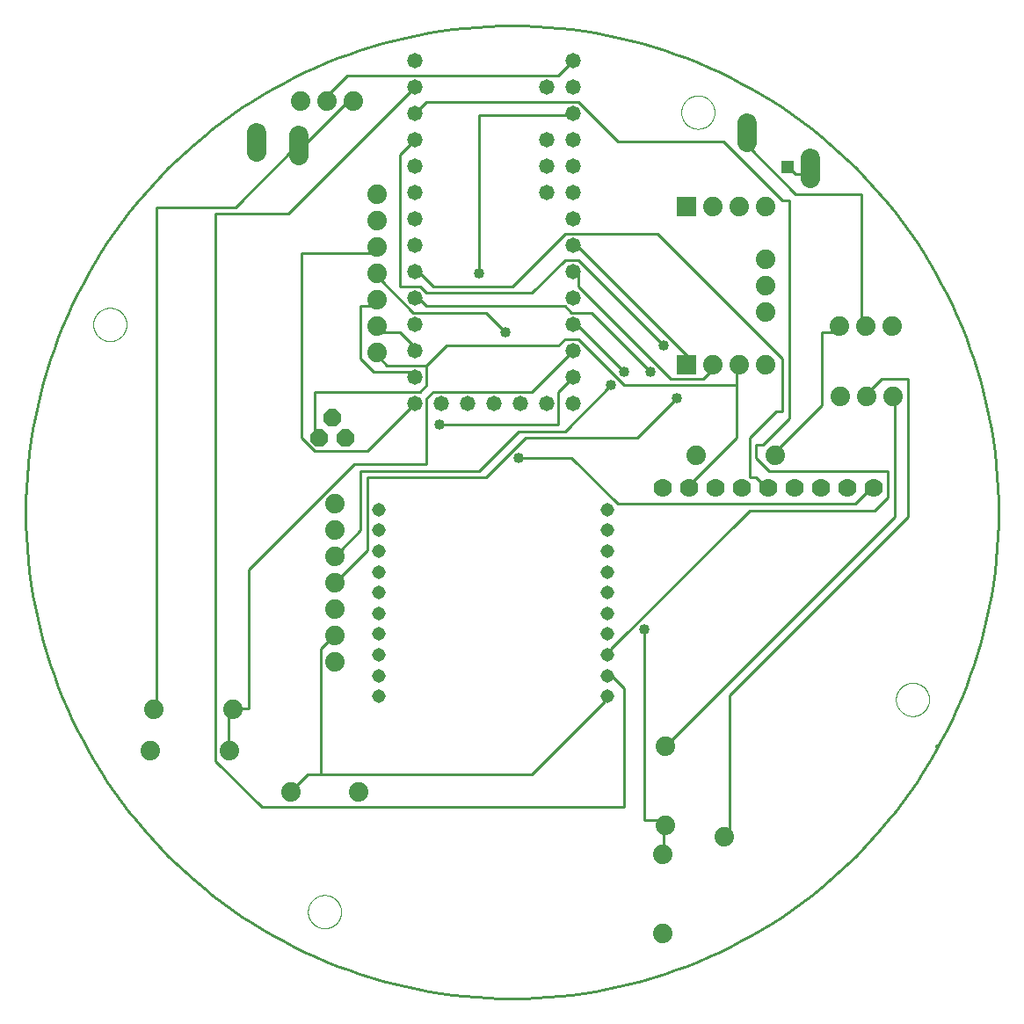
<source format=gtl>
G04 EAGLE Gerber X2 export*
G75*
%MOMM*%
%FSLAX34Y34*%
%LPD*%
%AMOC8*
5,1,8,0,0,1.08239X$1,22.5*%
G01*
%ADD10C,0.254000*%
%ADD11C,0.406400*%
%ADD12C,0.000000*%
%ADD13C,1.778000*%
%ADD14C,1.473200*%
%ADD15C,1.308000*%
%ADD16C,1.879600*%
%ADD17R,1.879600X1.879600*%
%ADD18C,1.879600*%
%ADD19P,1.814519X8X22.500000*%
%ADD20C,1.016000*%
%ADD21R,1.275000X1.275000*%


D10*
X-468441Y-1524D02*
X-468300Y9972D01*
X-467877Y21461D01*
X-467172Y32937D01*
X-466185Y44391D01*
X-464918Y55818D01*
X-463371Y67211D01*
X-461544Y78562D01*
X-459440Y89864D01*
X-457059Y101112D01*
X-454402Y112298D01*
X-451472Y123415D01*
X-448270Y134457D01*
X-444798Y145417D01*
X-441058Y156289D01*
X-437052Y167066D01*
X-432783Y177741D01*
X-428253Y188308D01*
X-423466Y198760D01*
X-418423Y209092D01*
X-413128Y219298D01*
X-407584Y229370D01*
X-401795Y239303D01*
X-395764Y249091D01*
X-389494Y258728D01*
X-382990Y268208D01*
X-376255Y277526D01*
X-369294Y286676D01*
X-362110Y295652D01*
X-354708Y304449D01*
X-347092Y313062D01*
X-339267Y321485D01*
X-331238Y329714D01*
X-323009Y337743D01*
X-314586Y345568D01*
X-305973Y353184D01*
X-297176Y360586D01*
X-288200Y367770D01*
X-279050Y374731D01*
X-269732Y381466D01*
X-260252Y387970D01*
X-250615Y394240D01*
X-240827Y400271D01*
X-230894Y406060D01*
X-220822Y411604D01*
X-210616Y416899D01*
X-200284Y421942D01*
X-189832Y426729D01*
X-179265Y431259D01*
X-168590Y435528D01*
X-157813Y439534D01*
X-146941Y443274D01*
X-135981Y446746D01*
X-124939Y449948D01*
X-113822Y452878D01*
X-102636Y455535D01*
X-91388Y457916D01*
X-80086Y460020D01*
X-68735Y461847D01*
X-57342Y463394D01*
X-45915Y464661D01*
X-34461Y465648D01*
X-22985Y466353D01*
X-11496Y466776D01*
X0Y466917D01*
X11496Y466776D01*
X22985Y466353D01*
X34461Y465648D01*
X45915Y464661D01*
X57342Y463394D01*
X68735Y461847D01*
X80086Y460020D01*
X91388Y457916D01*
X102636Y455535D01*
X113822Y452878D01*
X124939Y449948D01*
X135981Y446746D01*
X146941Y443274D01*
X157813Y439534D01*
X168590Y435528D01*
X179265Y431259D01*
X189832Y426729D01*
X200284Y421942D01*
X210616Y416899D01*
X220822Y411604D01*
X230894Y406060D01*
X240827Y400271D01*
X250615Y394240D01*
X260252Y387970D01*
X269732Y381466D01*
X279050Y374731D01*
X288200Y367770D01*
X297176Y360586D01*
X305973Y353184D01*
X314586Y345568D01*
X323009Y337743D01*
X331238Y329714D01*
X339267Y321485D01*
X347092Y313062D01*
X354708Y304449D01*
X362110Y295652D01*
X369294Y286676D01*
X376255Y277526D01*
X382990Y268208D01*
X389494Y258728D01*
X395764Y249091D01*
X401795Y239303D01*
X407584Y229370D01*
X413128Y219298D01*
X418423Y209092D01*
X423466Y198760D01*
X428253Y188308D01*
X432783Y177741D01*
X437052Y167066D01*
X441058Y156289D01*
X444798Y145417D01*
X448270Y134457D01*
X451472Y123415D01*
X454402Y112298D01*
X457059Y101112D01*
X459440Y89864D01*
X461544Y78562D01*
X463371Y67211D01*
X464918Y55818D01*
X466185Y44391D01*
X467172Y32937D01*
X467877Y21461D01*
X468300Y9972D01*
X468441Y-1524D01*
X468300Y-13020D01*
X467877Y-24509D01*
X467172Y-35985D01*
X466185Y-47439D01*
X464918Y-58866D01*
X463371Y-70259D01*
X461544Y-81610D01*
X459440Y-92912D01*
X457059Y-104160D01*
X454402Y-115346D01*
X451472Y-126463D01*
X448270Y-137505D01*
X444798Y-148465D01*
X441058Y-159337D01*
X437052Y-170114D01*
X432783Y-180789D01*
X428253Y-191356D01*
X423466Y-201808D01*
X418423Y-212140D01*
X413128Y-222346D01*
X407584Y-232418D01*
X401795Y-242351D01*
X395764Y-252139D01*
X389494Y-261776D01*
X382990Y-271256D01*
X376255Y-280574D01*
X369294Y-289724D01*
X362110Y-298700D01*
X354708Y-307497D01*
X347092Y-316110D01*
X339267Y-324533D01*
X331238Y-332762D01*
X323009Y-340791D01*
X314586Y-348616D01*
X305973Y-356232D01*
X297176Y-363634D01*
X288200Y-370818D01*
X279050Y-377779D01*
X269732Y-384514D01*
X260252Y-391018D01*
X250615Y-397288D01*
X240827Y-403319D01*
X230894Y-409108D01*
X220822Y-414652D01*
X210616Y-419947D01*
X200284Y-424990D01*
X189832Y-429777D01*
X179265Y-434307D01*
X168590Y-438576D01*
X157813Y-442582D01*
X146941Y-446322D01*
X135981Y-449794D01*
X124939Y-452996D01*
X113822Y-455926D01*
X102636Y-458583D01*
X91388Y-460964D01*
X80086Y-463068D01*
X68735Y-464895D01*
X57342Y-466442D01*
X45915Y-467709D01*
X34461Y-468696D01*
X22985Y-469401D01*
X11496Y-469824D01*
X0Y-469965D01*
X-11496Y-469824D01*
X-22985Y-469401D01*
X-34461Y-468696D01*
X-45915Y-467709D01*
X-57342Y-466442D01*
X-68735Y-464895D01*
X-80086Y-463068D01*
X-91388Y-460964D01*
X-102636Y-458583D01*
X-113822Y-455926D01*
X-124939Y-452996D01*
X-135981Y-449794D01*
X-146941Y-446322D01*
X-157813Y-442582D01*
X-168590Y-438576D01*
X-179265Y-434307D01*
X-189832Y-429777D01*
X-200284Y-424990D01*
X-210616Y-419947D01*
X-220822Y-414652D01*
X-230894Y-409108D01*
X-240827Y-403319D01*
X-250615Y-397288D01*
X-260252Y-391018D01*
X-269732Y-384514D01*
X-279050Y-377779D01*
X-288200Y-370818D01*
X-297176Y-363634D01*
X-305973Y-356232D01*
X-314586Y-348616D01*
X-323009Y-340791D01*
X-331238Y-332762D01*
X-339267Y-324533D01*
X-347092Y-316110D01*
X-354708Y-307497D01*
X-362110Y-298700D01*
X-369294Y-289724D01*
X-376255Y-280574D01*
X-382990Y-271256D01*
X-389494Y-261776D01*
X-395764Y-252139D01*
X-401795Y-242351D01*
X-407584Y-232418D01*
X-413128Y-222346D01*
X-418423Y-212140D01*
X-423466Y-201808D01*
X-428253Y-191356D01*
X-432783Y-180789D01*
X-437052Y-170114D01*
X-441058Y-159337D01*
X-444798Y-148465D01*
X-448270Y-137505D01*
X-451472Y-126463D01*
X-454402Y-115346D01*
X-457059Y-104160D01*
X-459440Y-92912D01*
X-461544Y-81610D01*
X-463371Y-70259D01*
X-464918Y-58866D01*
X-466185Y-47439D01*
X-467172Y-35985D01*
X-467877Y-24509D01*
X-468300Y-13020D01*
X-468441Y-1524D01*
D11*
X409634Y-227580D02*
X409742Y-227350D01*
D12*
X163070Y383540D02*
X163075Y383933D01*
X163089Y384325D01*
X163113Y384717D01*
X163147Y385108D01*
X163190Y385499D01*
X163243Y385888D01*
X163306Y386275D01*
X163377Y386661D01*
X163459Y387046D01*
X163549Y387428D01*
X163650Y387807D01*
X163759Y388185D01*
X163878Y388559D01*
X164005Y388930D01*
X164142Y389298D01*
X164288Y389663D01*
X164443Y390024D01*
X164606Y390381D01*
X164778Y390734D01*
X164959Y391082D01*
X165149Y391426D01*
X165346Y391766D01*
X165552Y392100D01*
X165766Y392429D01*
X165989Y392753D01*
X166219Y393071D01*
X166456Y393384D01*
X166702Y393690D01*
X166955Y393991D01*
X167215Y394285D01*
X167482Y394573D01*
X167756Y394854D01*
X168037Y395128D01*
X168325Y395395D01*
X168619Y395655D01*
X168920Y395908D01*
X169226Y396154D01*
X169539Y396391D01*
X169857Y396621D01*
X170181Y396844D01*
X170510Y397058D01*
X170844Y397264D01*
X171184Y397461D01*
X171528Y397651D01*
X171876Y397832D01*
X172229Y398004D01*
X172586Y398167D01*
X172947Y398322D01*
X173312Y398468D01*
X173680Y398605D01*
X174051Y398732D01*
X174425Y398851D01*
X174803Y398960D01*
X175182Y399061D01*
X175564Y399151D01*
X175949Y399233D01*
X176335Y399304D01*
X176722Y399367D01*
X177111Y399420D01*
X177502Y399463D01*
X177893Y399497D01*
X178285Y399521D01*
X178677Y399535D01*
X179070Y399540D01*
X179463Y399535D01*
X179855Y399521D01*
X180247Y399497D01*
X180638Y399463D01*
X181029Y399420D01*
X181418Y399367D01*
X181805Y399304D01*
X182191Y399233D01*
X182576Y399151D01*
X182958Y399061D01*
X183337Y398960D01*
X183715Y398851D01*
X184089Y398732D01*
X184460Y398605D01*
X184828Y398468D01*
X185193Y398322D01*
X185554Y398167D01*
X185911Y398004D01*
X186264Y397832D01*
X186612Y397651D01*
X186956Y397461D01*
X187296Y397264D01*
X187630Y397058D01*
X187959Y396844D01*
X188283Y396621D01*
X188601Y396391D01*
X188914Y396154D01*
X189220Y395908D01*
X189521Y395655D01*
X189815Y395395D01*
X190103Y395128D01*
X190384Y394854D01*
X190658Y394573D01*
X190925Y394285D01*
X191185Y393991D01*
X191438Y393690D01*
X191684Y393384D01*
X191921Y393071D01*
X192151Y392753D01*
X192374Y392429D01*
X192588Y392100D01*
X192794Y391766D01*
X192991Y391426D01*
X193181Y391082D01*
X193362Y390734D01*
X193534Y390381D01*
X193697Y390024D01*
X193852Y389663D01*
X193998Y389298D01*
X194135Y388930D01*
X194262Y388559D01*
X194381Y388185D01*
X194490Y387807D01*
X194591Y387428D01*
X194681Y387046D01*
X194763Y386661D01*
X194834Y386275D01*
X194897Y385888D01*
X194950Y385499D01*
X194993Y385108D01*
X195027Y384717D01*
X195051Y384325D01*
X195065Y383933D01*
X195070Y383540D01*
X195065Y383147D01*
X195051Y382755D01*
X195027Y382363D01*
X194993Y381972D01*
X194950Y381581D01*
X194897Y381192D01*
X194834Y380805D01*
X194763Y380419D01*
X194681Y380034D01*
X194591Y379652D01*
X194490Y379273D01*
X194381Y378895D01*
X194262Y378521D01*
X194135Y378150D01*
X193998Y377782D01*
X193852Y377417D01*
X193697Y377056D01*
X193534Y376699D01*
X193362Y376346D01*
X193181Y375998D01*
X192991Y375654D01*
X192794Y375314D01*
X192588Y374980D01*
X192374Y374651D01*
X192151Y374327D01*
X191921Y374009D01*
X191684Y373696D01*
X191438Y373390D01*
X191185Y373089D01*
X190925Y372795D01*
X190658Y372507D01*
X190384Y372226D01*
X190103Y371952D01*
X189815Y371685D01*
X189521Y371425D01*
X189220Y371172D01*
X188914Y370926D01*
X188601Y370689D01*
X188283Y370459D01*
X187959Y370236D01*
X187630Y370022D01*
X187296Y369816D01*
X186956Y369619D01*
X186612Y369429D01*
X186264Y369248D01*
X185911Y369076D01*
X185554Y368913D01*
X185193Y368758D01*
X184828Y368612D01*
X184460Y368475D01*
X184089Y368348D01*
X183715Y368229D01*
X183337Y368120D01*
X182958Y368019D01*
X182576Y367929D01*
X182191Y367847D01*
X181805Y367776D01*
X181418Y367713D01*
X181029Y367660D01*
X180638Y367617D01*
X180247Y367583D01*
X179855Y367559D01*
X179463Y367545D01*
X179070Y367540D01*
X178677Y367545D01*
X178285Y367559D01*
X177893Y367583D01*
X177502Y367617D01*
X177111Y367660D01*
X176722Y367713D01*
X176335Y367776D01*
X175949Y367847D01*
X175564Y367929D01*
X175182Y368019D01*
X174803Y368120D01*
X174425Y368229D01*
X174051Y368348D01*
X173680Y368475D01*
X173312Y368612D01*
X172947Y368758D01*
X172586Y368913D01*
X172229Y369076D01*
X171876Y369248D01*
X171528Y369429D01*
X171184Y369619D01*
X170844Y369816D01*
X170510Y370022D01*
X170181Y370236D01*
X169857Y370459D01*
X169539Y370689D01*
X169226Y370926D01*
X168920Y371172D01*
X168619Y371425D01*
X168325Y371685D01*
X168037Y371952D01*
X167756Y372226D01*
X167482Y372507D01*
X167215Y372795D01*
X166955Y373089D01*
X166702Y373390D01*
X166456Y373696D01*
X166219Y374009D01*
X165989Y374327D01*
X165766Y374651D01*
X165552Y374980D01*
X165346Y375314D01*
X165149Y375654D01*
X164959Y375998D01*
X164778Y376346D01*
X164606Y376699D01*
X164443Y377056D01*
X164288Y377417D01*
X164142Y377782D01*
X164005Y378150D01*
X163878Y378521D01*
X163759Y378895D01*
X163650Y379273D01*
X163549Y379652D01*
X163459Y380034D01*
X163377Y380419D01*
X163306Y380805D01*
X163243Y381192D01*
X163190Y381581D01*
X163147Y381972D01*
X163113Y382363D01*
X163089Y382755D01*
X163075Y383147D01*
X163070Y383540D01*
X369826Y-182118D02*
X369831Y-181725D01*
X369845Y-181333D01*
X369869Y-180941D01*
X369903Y-180550D01*
X369946Y-180159D01*
X369999Y-179770D01*
X370062Y-179383D01*
X370133Y-178997D01*
X370215Y-178612D01*
X370305Y-178230D01*
X370406Y-177851D01*
X370515Y-177473D01*
X370634Y-177099D01*
X370761Y-176728D01*
X370898Y-176360D01*
X371044Y-175995D01*
X371199Y-175634D01*
X371362Y-175277D01*
X371534Y-174924D01*
X371715Y-174576D01*
X371905Y-174232D01*
X372102Y-173892D01*
X372308Y-173558D01*
X372522Y-173229D01*
X372745Y-172905D01*
X372975Y-172587D01*
X373212Y-172274D01*
X373458Y-171968D01*
X373711Y-171667D01*
X373971Y-171373D01*
X374238Y-171085D01*
X374512Y-170804D01*
X374793Y-170530D01*
X375081Y-170263D01*
X375375Y-170003D01*
X375676Y-169750D01*
X375982Y-169504D01*
X376295Y-169267D01*
X376613Y-169037D01*
X376937Y-168814D01*
X377266Y-168600D01*
X377600Y-168394D01*
X377940Y-168197D01*
X378284Y-168007D01*
X378632Y-167826D01*
X378985Y-167654D01*
X379342Y-167491D01*
X379703Y-167336D01*
X380068Y-167190D01*
X380436Y-167053D01*
X380807Y-166926D01*
X381181Y-166807D01*
X381559Y-166698D01*
X381938Y-166597D01*
X382320Y-166507D01*
X382705Y-166425D01*
X383091Y-166354D01*
X383478Y-166291D01*
X383867Y-166238D01*
X384258Y-166195D01*
X384649Y-166161D01*
X385041Y-166137D01*
X385433Y-166123D01*
X385826Y-166118D01*
X386219Y-166123D01*
X386611Y-166137D01*
X387003Y-166161D01*
X387394Y-166195D01*
X387785Y-166238D01*
X388174Y-166291D01*
X388561Y-166354D01*
X388947Y-166425D01*
X389332Y-166507D01*
X389714Y-166597D01*
X390093Y-166698D01*
X390471Y-166807D01*
X390845Y-166926D01*
X391216Y-167053D01*
X391584Y-167190D01*
X391949Y-167336D01*
X392310Y-167491D01*
X392667Y-167654D01*
X393020Y-167826D01*
X393368Y-168007D01*
X393712Y-168197D01*
X394052Y-168394D01*
X394386Y-168600D01*
X394715Y-168814D01*
X395039Y-169037D01*
X395357Y-169267D01*
X395670Y-169504D01*
X395976Y-169750D01*
X396277Y-170003D01*
X396571Y-170263D01*
X396859Y-170530D01*
X397140Y-170804D01*
X397414Y-171085D01*
X397681Y-171373D01*
X397941Y-171667D01*
X398194Y-171968D01*
X398440Y-172274D01*
X398677Y-172587D01*
X398907Y-172905D01*
X399130Y-173229D01*
X399344Y-173558D01*
X399550Y-173892D01*
X399747Y-174232D01*
X399937Y-174576D01*
X400118Y-174924D01*
X400290Y-175277D01*
X400453Y-175634D01*
X400608Y-175995D01*
X400754Y-176360D01*
X400891Y-176728D01*
X401018Y-177099D01*
X401137Y-177473D01*
X401246Y-177851D01*
X401347Y-178230D01*
X401437Y-178612D01*
X401519Y-178997D01*
X401590Y-179383D01*
X401653Y-179770D01*
X401706Y-180159D01*
X401749Y-180550D01*
X401783Y-180941D01*
X401807Y-181333D01*
X401821Y-181725D01*
X401826Y-182118D01*
X401821Y-182511D01*
X401807Y-182903D01*
X401783Y-183295D01*
X401749Y-183686D01*
X401706Y-184077D01*
X401653Y-184466D01*
X401590Y-184853D01*
X401519Y-185239D01*
X401437Y-185624D01*
X401347Y-186006D01*
X401246Y-186385D01*
X401137Y-186763D01*
X401018Y-187137D01*
X400891Y-187508D01*
X400754Y-187876D01*
X400608Y-188241D01*
X400453Y-188602D01*
X400290Y-188959D01*
X400118Y-189312D01*
X399937Y-189660D01*
X399747Y-190004D01*
X399550Y-190344D01*
X399344Y-190678D01*
X399130Y-191007D01*
X398907Y-191331D01*
X398677Y-191649D01*
X398440Y-191962D01*
X398194Y-192268D01*
X397941Y-192569D01*
X397681Y-192863D01*
X397414Y-193151D01*
X397140Y-193432D01*
X396859Y-193706D01*
X396571Y-193973D01*
X396277Y-194233D01*
X395976Y-194486D01*
X395670Y-194732D01*
X395357Y-194969D01*
X395039Y-195199D01*
X394715Y-195422D01*
X394386Y-195636D01*
X394052Y-195842D01*
X393712Y-196039D01*
X393368Y-196229D01*
X393020Y-196410D01*
X392667Y-196582D01*
X392310Y-196745D01*
X391949Y-196900D01*
X391584Y-197046D01*
X391216Y-197183D01*
X390845Y-197310D01*
X390471Y-197429D01*
X390093Y-197538D01*
X389714Y-197639D01*
X389332Y-197729D01*
X388947Y-197811D01*
X388561Y-197882D01*
X388174Y-197945D01*
X387785Y-197998D01*
X387394Y-198041D01*
X387003Y-198075D01*
X386611Y-198099D01*
X386219Y-198113D01*
X385826Y-198118D01*
X385433Y-198113D01*
X385041Y-198099D01*
X384649Y-198075D01*
X384258Y-198041D01*
X383867Y-197998D01*
X383478Y-197945D01*
X383091Y-197882D01*
X382705Y-197811D01*
X382320Y-197729D01*
X381938Y-197639D01*
X381559Y-197538D01*
X381181Y-197429D01*
X380807Y-197310D01*
X380436Y-197183D01*
X380068Y-197046D01*
X379703Y-196900D01*
X379342Y-196745D01*
X378985Y-196582D01*
X378632Y-196410D01*
X378284Y-196229D01*
X377940Y-196039D01*
X377600Y-195842D01*
X377266Y-195636D01*
X376937Y-195422D01*
X376613Y-195199D01*
X376295Y-194969D01*
X375982Y-194732D01*
X375676Y-194486D01*
X375375Y-194233D01*
X375081Y-193973D01*
X374793Y-193706D01*
X374512Y-193432D01*
X374238Y-193151D01*
X373971Y-192863D01*
X373711Y-192569D01*
X373458Y-192268D01*
X373212Y-191962D01*
X372975Y-191649D01*
X372745Y-191331D01*
X372522Y-191007D01*
X372308Y-190678D01*
X372102Y-190344D01*
X371905Y-190004D01*
X371715Y-189660D01*
X371534Y-189312D01*
X371362Y-188959D01*
X371199Y-188602D01*
X371044Y-188241D01*
X370898Y-187876D01*
X370761Y-187508D01*
X370634Y-187137D01*
X370515Y-186763D01*
X370406Y-186385D01*
X370305Y-186006D01*
X370215Y-185624D01*
X370133Y-185239D01*
X370062Y-184853D01*
X369999Y-184466D01*
X369946Y-184077D01*
X369903Y-183686D01*
X369869Y-183295D01*
X369845Y-182903D01*
X369831Y-182511D01*
X369826Y-182118D01*
X-403350Y179070D02*
X-403345Y179463D01*
X-403331Y179855D01*
X-403307Y180247D01*
X-403273Y180638D01*
X-403230Y181029D01*
X-403177Y181418D01*
X-403114Y181805D01*
X-403043Y182191D01*
X-402961Y182576D01*
X-402871Y182958D01*
X-402770Y183337D01*
X-402661Y183715D01*
X-402542Y184089D01*
X-402415Y184460D01*
X-402278Y184828D01*
X-402132Y185193D01*
X-401977Y185554D01*
X-401814Y185911D01*
X-401642Y186264D01*
X-401461Y186612D01*
X-401271Y186956D01*
X-401074Y187296D01*
X-400868Y187630D01*
X-400654Y187959D01*
X-400431Y188283D01*
X-400201Y188601D01*
X-399964Y188914D01*
X-399718Y189220D01*
X-399465Y189521D01*
X-399205Y189815D01*
X-398938Y190103D01*
X-398664Y190384D01*
X-398383Y190658D01*
X-398095Y190925D01*
X-397801Y191185D01*
X-397500Y191438D01*
X-397194Y191684D01*
X-396881Y191921D01*
X-396563Y192151D01*
X-396239Y192374D01*
X-395910Y192588D01*
X-395576Y192794D01*
X-395236Y192991D01*
X-394892Y193181D01*
X-394544Y193362D01*
X-394191Y193534D01*
X-393834Y193697D01*
X-393473Y193852D01*
X-393108Y193998D01*
X-392740Y194135D01*
X-392369Y194262D01*
X-391995Y194381D01*
X-391617Y194490D01*
X-391238Y194591D01*
X-390856Y194681D01*
X-390471Y194763D01*
X-390085Y194834D01*
X-389698Y194897D01*
X-389309Y194950D01*
X-388918Y194993D01*
X-388527Y195027D01*
X-388135Y195051D01*
X-387743Y195065D01*
X-387350Y195070D01*
X-386957Y195065D01*
X-386565Y195051D01*
X-386173Y195027D01*
X-385782Y194993D01*
X-385391Y194950D01*
X-385002Y194897D01*
X-384615Y194834D01*
X-384229Y194763D01*
X-383844Y194681D01*
X-383462Y194591D01*
X-383083Y194490D01*
X-382705Y194381D01*
X-382331Y194262D01*
X-381960Y194135D01*
X-381592Y193998D01*
X-381227Y193852D01*
X-380866Y193697D01*
X-380509Y193534D01*
X-380156Y193362D01*
X-379808Y193181D01*
X-379464Y192991D01*
X-379124Y192794D01*
X-378790Y192588D01*
X-378461Y192374D01*
X-378137Y192151D01*
X-377819Y191921D01*
X-377506Y191684D01*
X-377200Y191438D01*
X-376899Y191185D01*
X-376605Y190925D01*
X-376317Y190658D01*
X-376036Y190384D01*
X-375762Y190103D01*
X-375495Y189815D01*
X-375235Y189521D01*
X-374982Y189220D01*
X-374736Y188914D01*
X-374499Y188601D01*
X-374269Y188283D01*
X-374046Y187959D01*
X-373832Y187630D01*
X-373626Y187296D01*
X-373429Y186956D01*
X-373239Y186612D01*
X-373058Y186264D01*
X-372886Y185911D01*
X-372723Y185554D01*
X-372568Y185193D01*
X-372422Y184828D01*
X-372285Y184460D01*
X-372158Y184089D01*
X-372039Y183715D01*
X-371930Y183337D01*
X-371829Y182958D01*
X-371739Y182576D01*
X-371657Y182191D01*
X-371586Y181805D01*
X-371523Y181418D01*
X-371470Y181029D01*
X-371427Y180638D01*
X-371393Y180247D01*
X-371369Y179855D01*
X-371355Y179463D01*
X-371350Y179070D01*
X-371355Y178677D01*
X-371369Y178285D01*
X-371393Y177893D01*
X-371427Y177502D01*
X-371470Y177111D01*
X-371523Y176722D01*
X-371586Y176335D01*
X-371657Y175949D01*
X-371739Y175564D01*
X-371829Y175182D01*
X-371930Y174803D01*
X-372039Y174425D01*
X-372158Y174051D01*
X-372285Y173680D01*
X-372422Y173312D01*
X-372568Y172947D01*
X-372723Y172586D01*
X-372886Y172229D01*
X-373058Y171876D01*
X-373239Y171528D01*
X-373429Y171184D01*
X-373626Y170844D01*
X-373832Y170510D01*
X-374046Y170181D01*
X-374269Y169857D01*
X-374499Y169539D01*
X-374736Y169226D01*
X-374982Y168920D01*
X-375235Y168619D01*
X-375495Y168325D01*
X-375762Y168037D01*
X-376036Y167756D01*
X-376317Y167482D01*
X-376605Y167215D01*
X-376899Y166955D01*
X-377200Y166702D01*
X-377506Y166456D01*
X-377819Y166219D01*
X-378137Y165989D01*
X-378461Y165766D01*
X-378790Y165552D01*
X-379124Y165346D01*
X-379464Y165149D01*
X-379808Y164959D01*
X-380156Y164778D01*
X-380509Y164606D01*
X-380866Y164443D01*
X-381227Y164288D01*
X-381592Y164142D01*
X-381960Y164005D01*
X-382331Y163878D01*
X-382705Y163759D01*
X-383083Y163650D01*
X-383462Y163549D01*
X-383844Y163459D01*
X-384229Y163377D01*
X-384615Y163306D01*
X-385002Y163243D01*
X-385391Y163190D01*
X-385782Y163147D01*
X-386173Y163113D01*
X-386565Y163089D01*
X-386957Y163075D01*
X-387350Y163070D01*
X-387743Y163075D01*
X-388135Y163089D01*
X-388527Y163113D01*
X-388918Y163147D01*
X-389309Y163190D01*
X-389698Y163243D01*
X-390085Y163306D01*
X-390471Y163377D01*
X-390856Y163459D01*
X-391238Y163549D01*
X-391617Y163650D01*
X-391995Y163759D01*
X-392369Y163878D01*
X-392740Y164005D01*
X-393108Y164142D01*
X-393473Y164288D01*
X-393834Y164443D01*
X-394191Y164606D01*
X-394544Y164778D01*
X-394892Y164959D01*
X-395236Y165149D01*
X-395576Y165346D01*
X-395910Y165552D01*
X-396239Y165766D01*
X-396563Y165989D01*
X-396881Y166219D01*
X-397194Y166456D01*
X-397500Y166702D01*
X-397801Y166955D01*
X-398095Y167215D01*
X-398383Y167482D01*
X-398664Y167756D01*
X-398938Y168037D01*
X-399205Y168325D01*
X-399465Y168619D01*
X-399718Y168920D01*
X-399964Y169226D01*
X-400201Y169539D01*
X-400431Y169857D01*
X-400654Y170181D01*
X-400868Y170510D01*
X-401074Y170844D01*
X-401271Y171184D01*
X-401461Y171528D01*
X-401642Y171876D01*
X-401814Y172229D01*
X-401977Y172586D01*
X-402132Y172947D01*
X-402278Y173312D01*
X-402415Y173680D01*
X-402542Y174051D01*
X-402661Y174425D01*
X-402770Y174803D01*
X-402871Y175182D01*
X-402961Y175564D01*
X-403043Y175949D01*
X-403114Y176335D01*
X-403177Y176722D01*
X-403230Y177111D01*
X-403273Y177502D01*
X-403307Y177893D01*
X-403331Y178285D01*
X-403345Y178677D01*
X-403350Y179070D01*
X-196594Y-386588D02*
X-196589Y-386195D01*
X-196575Y-385803D01*
X-196551Y-385411D01*
X-196517Y-385020D01*
X-196474Y-384629D01*
X-196421Y-384240D01*
X-196358Y-383853D01*
X-196287Y-383467D01*
X-196205Y-383082D01*
X-196115Y-382700D01*
X-196014Y-382321D01*
X-195905Y-381943D01*
X-195786Y-381569D01*
X-195659Y-381198D01*
X-195522Y-380830D01*
X-195376Y-380465D01*
X-195221Y-380104D01*
X-195058Y-379747D01*
X-194886Y-379394D01*
X-194705Y-379046D01*
X-194515Y-378702D01*
X-194318Y-378362D01*
X-194112Y-378028D01*
X-193898Y-377699D01*
X-193675Y-377375D01*
X-193445Y-377057D01*
X-193208Y-376744D01*
X-192962Y-376438D01*
X-192709Y-376137D01*
X-192449Y-375843D01*
X-192182Y-375555D01*
X-191908Y-375274D01*
X-191627Y-375000D01*
X-191339Y-374733D01*
X-191045Y-374473D01*
X-190744Y-374220D01*
X-190438Y-373974D01*
X-190125Y-373737D01*
X-189807Y-373507D01*
X-189483Y-373284D01*
X-189154Y-373070D01*
X-188820Y-372864D01*
X-188480Y-372667D01*
X-188136Y-372477D01*
X-187788Y-372296D01*
X-187435Y-372124D01*
X-187078Y-371961D01*
X-186717Y-371806D01*
X-186352Y-371660D01*
X-185984Y-371523D01*
X-185613Y-371396D01*
X-185239Y-371277D01*
X-184861Y-371168D01*
X-184482Y-371067D01*
X-184100Y-370977D01*
X-183715Y-370895D01*
X-183329Y-370824D01*
X-182942Y-370761D01*
X-182553Y-370708D01*
X-182162Y-370665D01*
X-181771Y-370631D01*
X-181379Y-370607D01*
X-180987Y-370593D01*
X-180594Y-370588D01*
X-180201Y-370593D01*
X-179809Y-370607D01*
X-179417Y-370631D01*
X-179026Y-370665D01*
X-178635Y-370708D01*
X-178246Y-370761D01*
X-177859Y-370824D01*
X-177473Y-370895D01*
X-177088Y-370977D01*
X-176706Y-371067D01*
X-176327Y-371168D01*
X-175949Y-371277D01*
X-175575Y-371396D01*
X-175204Y-371523D01*
X-174836Y-371660D01*
X-174471Y-371806D01*
X-174110Y-371961D01*
X-173753Y-372124D01*
X-173400Y-372296D01*
X-173052Y-372477D01*
X-172708Y-372667D01*
X-172368Y-372864D01*
X-172034Y-373070D01*
X-171705Y-373284D01*
X-171381Y-373507D01*
X-171063Y-373737D01*
X-170750Y-373974D01*
X-170444Y-374220D01*
X-170143Y-374473D01*
X-169849Y-374733D01*
X-169561Y-375000D01*
X-169280Y-375274D01*
X-169006Y-375555D01*
X-168739Y-375843D01*
X-168479Y-376137D01*
X-168226Y-376438D01*
X-167980Y-376744D01*
X-167743Y-377057D01*
X-167513Y-377375D01*
X-167290Y-377699D01*
X-167076Y-378028D01*
X-166870Y-378362D01*
X-166673Y-378702D01*
X-166483Y-379046D01*
X-166302Y-379394D01*
X-166130Y-379747D01*
X-165967Y-380104D01*
X-165812Y-380465D01*
X-165666Y-380830D01*
X-165529Y-381198D01*
X-165402Y-381569D01*
X-165283Y-381943D01*
X-165174Y-382321D01*
X-165073Y-382700D01*
X-164983Y-383082D01*
X-164901Y-383467D01*
X-164830Y-383853D01*
X-164767Y-384240D01*
X-164714Y-384629D01*
X-164671Y-385020D01*
X-164637Y-385411D01*
X-164613Y-385803D01*
X-164599Y-386195D01*
X-164594Y-386588D01*
X-164599Y-386981D01*
X-164613Y-387373D01*
X-164637Y-387765D01*
X-164671Y-388156D01*
X-164714Y-388547D01*
X-164767Y-388936D01*
X-164830Y-389323D01*
X-164901Y-389709D01*
X-164983Y-390094D01*
X-165073Y-390476D01*
X-165174Y-390855D01*
X-165283Y-391233D01*
X-165402Y-391607D01*
X-165529Y-391978D01*
X-165666Y-392346D01*
X-165812Y-392711D01*
X-165967Y-393072D01*
X-166130Y-393429D01*
X-166302Y-393782D01*
X-166483Y-394130D01*
X-166673Y-394474D01*
X-166870Y-394814D01*
X-167076Y-395148D01*
X-167290Y-395477D01*
X-167513Y-395801D01*
X-167743Y-396119D01*
X-167980Y-396432D01*
X-168226Y-396738D01*
X-168479Y-397039D01*
X-168739Y-397333D01*
X-169006Y-397621D01*
X-169280Y-397902D01*
X-169561Y-398176D01*
X-169849Y-398443D01*
X-170143Y-398703D01*
X-170444Y-398956D01*
X-170750Y-399202D01*
X-171063Y-399439D01*
X-171381Y-399669D01*
X-171705Y-399892D01*
X-172034Y-400106D01*
X-172368Y-400312D01*
X-172708Y-400509D01*
X-173052Y-400699D01*
X-173400Y-400880D01*
X-173753Y-401052D01*
X-174110Y-401215D01*
X-174471Y-401370D01*
X-174836Y-401516D01*
X-175204Y-401653D01*
X-175575Y-401780D01*
X-175949Y-401899D01*
X-176327Y-402008D01*
X-176706Y-402109D01*
X-177088Y-402199D01*
X-177473Y-402281D01*
X-177859Y-402352D01*
X-178246Y-402415D01*
X-178635Y-402468D01*
X-179026Y-402511D01*
X-179417Y-402545D01*
X-179809Y-402569D01*
X-180201Y-402583D01*
X-180594Y-402588D01*
X-180987Y-402583D01*
X-181379Y-402569D01*
X-181771Y-402545D01*
X-182162Y-402511D01*
X-182553Y-402468D01*
X-182942Y-402415D01*
X-183329Y-402352D01*
X-183715Y-402281D01*
X-184100Y-402199D01*
X-184482Y-402109D01*
X-184861Y-402008D01*
X-185239Y-401899D01*
X-185613Y-401780D01*
X-185984Y-401653D01*
X-186352Y-401516D01*
X-186717Y-401370D01*
X-187078Y-401215D01*
X-187435Y-401052D01*
X-187788Y-400880D01*
X-188136Y-400699D01*
X-188480Y-400509D01*
X-188820Y-400312D01*
X-189154Y-400106D01*
X-189483Y-399892D01*
X-189807Y-399669D01*
X-190125Y-399439D01*
X-190438Y-399202D01*
X-190744Y-398956D01*
X-191045Y-398703D01*
X-191339Y-398443D01*
X-191627Y-398176D01*
X-191908Y-397902D01*
X-192182Y-397621D01*
X-192449Y-397333D01*
X-192709Y-397039D01*
X-192962Y-396738D01*
X-193208Y-396432D01*
X-193445Y-396119D01*
X-193675Y-395801D01*
X-193898Y-395477D01*
X-194112Y-395148D01*
X-194318Y-394814D01*
X-194515Y-394474D01*
X-194705Y-394130D01*
X-194886Y-393782D01*
X-195058Y-393429D01*
X-195221Y-393072D01*
X-195376Y-392711D01*
X-195522Y-392346D01*
X-195659Y-391978D01*
X-195786Y-391607D01*
X-195905Y-391233D01*
X-196014Y-390855D01*
X-196115Y-390476D01*
X-196205Y-390094D01*
X-196287Y-389709D01*
X-196358Y-389323D01*
X-196421Y-388936D01*
X-196474Y-388547D01*
X-196517Y-388156D01*
X-196551Y-387765D01*
X-196575Y-387373D01*
X-196589Y-386981D01*
X-196594Y-386588D01*
D13*
X144781Y21335D03*
X170181Y21335D03*
X195581Y21335D03*
X220981Y21335D03*
X246381Y21335D03*
X271781Y21335D03*
X297181Y21335D03*
X322581Y21335D03*
X347981Y21335D03*
D14*
X-93472Y433578D03*
X-93472Y408178D03*
X-93472Y382778D03*
X-93472Y357378D03*
X-93472Y331978D03*
X-93472Y306578D03*
X-93472Y281178D03*
X-93472Y255778D03*
X-93472Y230378D03*
X-93472Y204978D03*
X-93472Y179578D03*
X-93472Y154178D03*
X-93472Y128778D03*
X-93472Y103378D03*
X-68072Y103378D03*
X-42672Y103378D03*
X-17272Y103378D03*
X8128Y103378D03*
X33528Y103378D03*
X58928Y103378D03*
X58928Y128778D03*
X58928Y154178D03*
X58928Y179578D03*
X58928Y204978D03*
X58928Y230378D03*
X58928Y255778D03*
X58928Y281178D03*
X58928Y306578D03*
X58928Y331978D03*
X58928Y357378D03*
X58928Y382778D03*
X58928Y408178D03*
X33528Y408178D03*
X33528Y357378D03*
X33528Y331978D03*
X33528Y306578D03*
X58928Y433578D03*
D15*
X91881Y-179164D03*
X91881Y-159164D03*
X91881Y-139164D03*
X91881Y-119164D03*
X91881Y-99164D03*
X91881Y-79164D03*
X91881Y-59164D03*
X91881Y-39164D03*
X91881Y-19164D03*
X91881Y836D03*
X-128119Y836D03*
X-128119Y-19164D03*
X-128119Y-39164D03*
X-128119Y-59164D03*
X-128119Y-79164D03*
X-128119Y-99164D03*
X-128119Y-119164D03*
X-128119Y-139164D03*
X-128119Y-159164D03*
X-128119Y-179164D03*
D16*
X-129794Y304379D03*
X-129794Y278979D03*
X-129794Y253579D03*
X-129794Y228179D03*
X-129794Y202779D03*
X-129794Y177379D03*
X-129794Y151979D03*
D17*
X167894Y292354D03*
D16*
X193294Y292354D03*
X218694Y292354D03*
X244094Y292354D03*
D17*
X167894Y139954D03*
D16*
X193294Y139954D03*
X218694Y139954D03*
X244094Y139954D03*
X244094Y241554D03*
X244094Y216154D03*
X244094Y190754D03*
X-170774Y-146029D03*
X-170774Y-120629D03*
X-170774Y-95229D03*
X-170774Y-69829D03*
X-170774Y-44429D03*
X-170774Y-19029D03*
X-170774Y6371D03*
X204724Y-314706D03*
X-147678Y-271266D03*
X-212678Y-271266D03*
X316462Y109418D03*
X341862Y109418D03*
X367262Y109418D03*
X-203454Y394208D03*
X-178054Y394208D03*
X-152654Y394208D03*
X315638Y177552D03*
X341038Y177552D03*
X366438Y177552D03*
D18*
X-246042Y345018D02*
X-246042Y363814D01*
X-205232Y360934D02*
X-205232Y342138D01*
X287529Y338922D02*
X287529Y320126D01*
D19*
X-185591Y70108D03*
X-172891Y89158D03*
X-160191Y70108D03*
D16*
X253628Y53207D03*
X177428Y53207D03*
X-345278Y-191763D03*
X-269078Y-191763D03*
X-271944Y-231384D03*
X-348144Y-231384D03*
X147317Y-227252D03*
X147317Y-303452D03*
X145542Y-330964D03*
X145542Y-407164D03*
D18*
X226314Y354076D02*
X226314Y372872D01*
D10*
X-31750Y381000D02*
X-31750Y228600D01*
X-31750Y381000D02*
X57150Y381000D01*
X58928Y382778D01*
X342900Y19050D02*
X330200Y6350D01*
X101600Y6350D01*
X57150Y50800D01*
X6350Y50800D01*
X342900Y19050D02*
X347981Y21335D01*
D20*
X-31750Y228600D03*
X6350Y50800D03*
D10*
X88900Y-184150D02*
X19050Y-254000D01*
X-184150Y-254000D02*
X-196850Y-254000D01*
X-184150Y-254000D02*
X19050Y-254000D01*
X-196850Y-254000D02*
X-209550Y-266700D01*
X88900Y-184150D02*
X91881Y-179164D01*
X-209550Y-266700D02*
X-212678Y-271266D01*
X-184150Y-133350D02*
X-171450Y-120650D01*
X-184150Y-133350D02*
X-184150Y-254000D01*
X-171450Y-120650D02*
X-170774Y-120629D01*
X44450Y419100D02*
X58928Y433578D01*
X44450Y419100D02*
X-158750Y419100D01*
X-177800Y400050D01*
X-178054Y394208D01*
X-190500Y114300D02*
X-190500Y76200D01*
X-190500Y114300D02*
X-88900Y114300D01*
X-82550Y120650D01*
X-82550Y139700D01*
X-120650Y139700D01*
X-127000Y146050D01*
X-190500Y76200D02*
X-185591Y70108D01*
X-127000Y146050D02*
X-129794Y151979D01*
X171450Y25400D02*
X215900Y69850D01*
X215900Y120650D02*
X215900Y139700D01*
X215900Y120650D02*
X215900Y69850D01*
X171450Y25400D02*
X170181Y21335D01*
X215900Y139700D02*
X218694Y139954D01*
X-63500Y158750D02*
X-82550Y139700D01*
X-63500Y158750D02*
X44450Y158750D01*
X50800Y165100D01*
X63500Y165100D01*
X107950Y120650D01*
X215900Y120650D01*
X-82550Y196850D02*
X-88900Y203200D01*
X-82550Y196850D02*
X50800Y196850D01*
X57150Y190500D01*
X76200Y190500D01*
X133350Y133350D01*
X-88900Y203200D02*
X-93472Y204978D01*
D20*
X133350Y133350D03*
D10*
X-76200Y215900D02*
X-88900Y228600D01*
X-76200Y215900D02*
X0Y215900D01*
X50800Y266700D01*
X139700Y266700D01*
X260350Y146050D01*
X260350Y95250D01*
X254000Y95250D01*
X228600Y69850D01*
X228600Y31750D01*
X234950Y31750D01*
X241300Y25400D01*
X-88900Y228600D02*
X-93472Y230378D01*
X241300Y25400D02*
X246381Y21335D01*
X95250Y-158750D02*
X107950Y-171450D01*
X107950Y-285750D01*
X-241300Y-285750D01*
X-285750Y-241300D01*
X-285750Y285750D01*
X-215900Y285750D01*
X-93472Y408178D01*
X91881Y-159164D02*
X95250Y-158750D01*
X95250Y-133350D02*
X228600Y0D01*
X349250Y0D01*
X361950Y12700D01*
X361950Y38100D01*
X247650Y38100D01*
X234950Y50800D01*
X234950Y63500D01*
X241300Y63500D01*
X266700Y88900D01*
X266700Y298450D01*
X260350Y298450D01*
X203200Y355600D01*
X101600Y355600D01*
X63500Y393700D01*
X-82550Y393700D01*
X-93472Y382778D01*
X95250Y-133350D02*
X91881Y-139164D01*
X-6350Y171450D02*
X-25400Y190500D01*
X-95250Y190500D01*
X-127000Y222250D01*
X-129794Y228179D01*
D20*
X-6350Y171450D03*
D10*
X-95250Y158750D02*
X-107950Y171450D01*
X-127000Y171450D01*
X-95250Y158750D02*
X-93472Y154178D01*
X-127000Y171450D02*
X-129794Y177379D01*
X-133350Y133350D02*
X-95250Y133350D01*
X-133350Y133350D02*
X-146050Y146050D01*
X-146050Y196850D01*
X-133350Y196850D01*
X-95250Y133350D02*
X-93472Y128778D01*
X-133350Y196850D02*
X-129794Y202779D01*
X-93472Y103378D02*
X-139700Y57150D01*
X-190500Y57150D01*
X-203200Y69850D01*
X-203200Y247650D01*
X-133350Y247650D01*
X-129794Y253579D01*
X-107950Y342900D02*
X-93472Y357378D01*
X-107950Y342900D02*
X-107950Y215900D01*
X-88900Y215900D01*
X-82550Y209550D01*
X19050Y209550D01*
X50800Y241300D01*
X63500Y241300D01*
X146050Y158750D01*
D20*
X146050Y158750D03*
D10*
X63500Y215900D02*
X63500Y228600D01*
X63500Y215900D02*
X152400Y127000D01*
X184150Y127000D01*
X196850Y139700D01*
X63500Y228600D02*
X58928Y230378D01*
X193294Y139954D02*
X196850Y139700D01*
X-146050Y-19050D02*
X-165100Y-38100D01*
X-146050Y-19050D02*
X-146050Y38100D01*
X-31750Y38100D01*
X6350Y76200D01*
X50800Y76200D01*
X95250Y120650D01*
X-165100Y-38100D02*
X-170774Y-44429D01*
D20*
X95250Y120650D03*
D10*
X171450Y146050D02*
X63500Y254000D01*
X58928Y255778D01*
X171450Y146050D02*
X167894Y139954D01*
X-139700Y-38100D02*
X-165100Y-63500D01*
X-139700Y-38100D02*
X-139700Y31750D01*
X-25400Y31750D01*
X12700Y69850D01*
X120650Y69850D01*
X158750Y107950D01*
X-165100Y-63500D02*
X-170774Y-69829D01*
D20*
X158750Y107950D03*
D10*
X-342900Y292100D02*
X-342900Y-190500D01*
X-342900Y292100D02*
X-266700Y292100D01*
X-209550Y349250D01*
X-342900Y-190500D02*
X-345278Y-191763D01*
X-209550Y349250D02*
X-205232Y351536D01*
X-196850Y355600D02*
X-158750Y393700D01*
X-196850Y355600D02*
X-203200Y355600D01*
X-158750Y393700D02*
X-152654Y394208D01*
X-203200Y355600D02*
X-205232Y351536D01*
X209550Y-177800D02*
X209550Y-311150D01*
X209550Y-177800D02*
X381000Y-6350D01*
X381000Y127000D01*
X355600Y127000D01*
X342900Y114300D01*
X209550Y-311150D02*
X204724Y-314706D01*
X341862Y109418D02*
X342900Y114300D01*
X58928Y128778D02*
X44450Y114300D01*
X44450Y82550D01*
X-69850Y82550D01*
D20*
X-69850Y82550D03*
D21*
X265827Y331014D03*
D10*
X266700Y330200D02*
X273050Y323850D01*
X285750Y323850D01*
X266700Y330200D02*
X265827Y331014D01*
X285750Y323850D02*
X287529Y320126D01*
X368300Y-6350D02*
X152400Y-222250D01*
X368300Y-6350D02*
X368300Y107950D01*
X152400Y-222250D02*
X147317Y-227252D01*
X368300Y107950D02*
X367262Y109418D01*
X58928Y154178D02*
X19050Y114300D01*
X-76200Y114300D01*
X-82550Y107950D01*
X-82550Y44450D01*
X-152400Y44450D01*
X-254000Y-57150D01*
X-254000Y-190500D01*
X-266700Y-190500D01*
X-269078Y-191763D01*
X-273050Y-196850D02*
X-273050Y-228600D01*
X-271944Y-231384D01*
X-273050Y-196850D02*
X-269078Y-191763D01*
X63500Y177800D02*
X107950Y133350D01*
X127000Y-114300D02*
X127000Y-298450D01*
X146050Y-298450D01*
X63500Y177800D02*
X58928Y179578D01*
X146050Y-298450D02*
X147317Y-303452D01*
X146050Y-304800D02*
X146050Y-330200D01*
X145542Y-330964D01*
X146050Y-304800D02*
X147317Y-303452D01*
D20*
X107950Y133350D03*
X127000Y-114300D03*
D10*
X254000Y57150D02*
X298450Y101600D01*
X298450Y171450D01*
X311150Y171450D01*
X254000Y57150D02*
X253628Y53207D01*
X311150Y171450D02*
X315638Y177552D01*
X336550Y177800D02*
X336550Y304800D01*
X273050Y304800D01*
X228600Y349250D01*
X228600Y361950D01*
X336550Y177800D02*
X341038Y177552D01*
X228600Y361950D02*
X226314Y363474D01*
M02*

</source>
